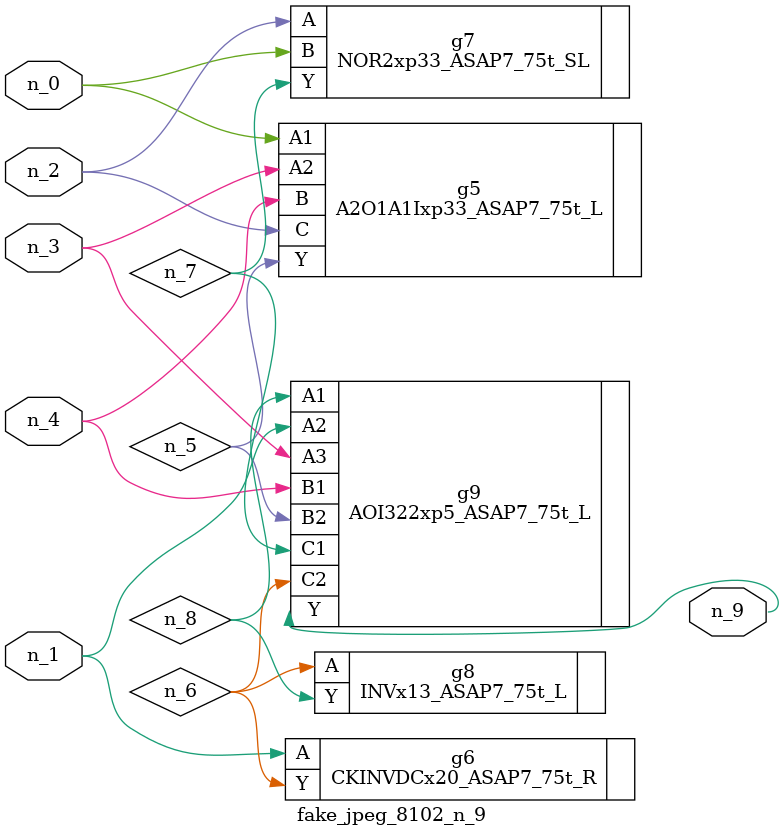
<source format=v>
module fake_jpeg_8102_n_9 (n_3, n_2, n_1, n_0, n_4, n_9);

input n_3;
input n_2;
input n_1;
input n_0;
input n_4;

output n_9;

wire n_8;
wire n_6;
wire n_5;
wire n_7;

A2O1A1Ixp33_ASAP7_75t_L g5 ( 
.A1(n_0),
.A2(n_3),
.B(n_4),
.C(n_2),
.Y(n_5)
);

CKINVDCx20_ASAP7_75t_R g6 ( 
.A(n_1),
.Y(n_6)
);

NOR2xp33_ASAP7_75t_SL g7 ( 
.A(n_2),
.B(n_0),
.Y(n_7)
);

INVx13_ASAP7_75t_L g8 ( 
.A(n_6),
.Y(n_8)
);

AOI322xp5_ASAP7_75t_L g9 ( 
.A1(n_8),
.A2(n_1),
.A3(n_3),
.B1(n_4),
.B2(n_5),
.C1(n_7),
.C2(n_6),
.Y(n_9)
);


endmodule
</source>
